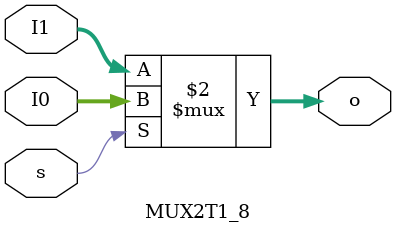
<source format=v>
`timescale 1ns / 1ps


module MUX2T1_8(
    input [7:0]I0,
    input [7:0]I1,
    input s,
    output reg [7:0]o

    );
    
    always @(*) begin
        o <= s ? I0 : I1;
        end
        
    
endmodule

</source>
